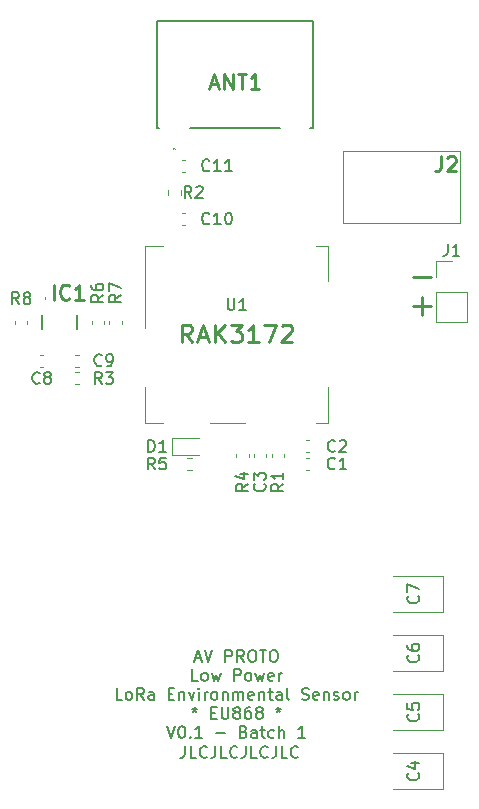
<source format=gbr>
%TF.GenerationSoftware,KiCad,Pcbnew,7.0.6*%
%TF.CreationDate,2023-11-18T03:16:50+01:00*%
%TF.ProjectId,LoRa_Sensor,4c6f5261-5f53-4656-9e73-6f722e6b6963,rev?*%
%TF.SameCoordinates,Original*%
%TF.FileFunction,Legend,Top*%
%TF.FilePolarity,Positive*%
%FSLAX46Y46*%
G04 Gerber Fmt 4.6, Leading zero omitted, Abs format (unit mm)*
G04 Created by KiCad (PCBNEW 7.0.6) date 2023-11-18 03:16:50*
%MOMM*%
%LPD*%
G01*
G04 APERTURE LIST*
%ADD10C,0.150000*%
%ADD11C,0.250000*%
%ADD12C,0.254000*%
%ADD13C,0.120000*%
%ADD14C,0.200000*%
%ADD15C,0.100000*%
G04 APERTURE END LIST*
D10*
X105630951Y-104869819D02*
X105630951Y-105584104D01*
X105630951Y-105584104D02*
X105583332Y-105726961D01*
X105583332Y-105726961D02*
X105488094Y-105822200D01*
X105488094Y-105822200D02*
X105345237Y-105869819D01*
X105345237Y-105869819D02*
X105249999Y-105869819D01*
X106583332Y-105869819D02*
X106107142Y-105869819D01*
X106107142Y-105869819D02*
X106107142Y-104869819D01*
X107488094Y-105774580D02*
X107440475Y-105822200D01*
X107440475Y-105822200D02*
X107297618Y-105869819D01*
X107297618Y-105869819D02*
X107202380Y-105869819D01*
X107202380Y-105869819D02*
X107059523Y-105822200D01*
X107059523Y-105822200D02*
X106964285Y-105726961D01*
X106964285Y-105726961D02*
X106916666Y-105631723D01*
X106916666Y-105631723D02*
X106869047Y-105441247D01*
X106869047Y-105441247D02*
X106869047Y-105298390D01*
X106869047Y-105298390D02*
X106916666Y-105107914D01*
X106916666Y-105107914D02*
X106964285Y-105012676D01*
X106964285Y-105012676D02*
X107059523Y-104917438D01*
X107059523Y-104917438D02*
X107202380Y-104869819D01*
X107202380Y-104869819D02*
X107297618Y-104869819D01*
X107297618Y-104869819D02*
X107440475Y-104917438D01*
X107440475Y-104917438D02*
X107488094Y-104965057D01*
X108202380Y-104869819D02*
X108202380Y-105584104D01*
X108202380Y-105584104D02*
X108154761Y-105726961D01*
X108154761Y-105726961D02*
X108059523Y-105822200D01*
X108059523Y-105822200D02*
X107916666Y-105869819D01*
X107916666Y-105869819D02*
X107821428Y-105869819D01*
X109154761Y-105869819D02*
X108678571Y-105869819D01*
X108678571Y-105869819D02*
X108678571Y-104869819D01*
X110059523Y-105774580D02*
X110011904Y-105822200D01*
X110011904Y-105822200D02*
X109869047Y-105869819D01*
X109869047Y-105869819D02*
X109773809Y-105869819D01*
X109773809Y-105869819D02*
X109630952Y-105822200D01*
X109630952Y-105822200D02*
X109535714Y-105726961D01*
X109535714Y-105726961D02*
X109488095Y-105631723D01*
X109488095Y-105631723D02*
X109440476Y-105441247D01*
X109440476Y-105441247D02*
X109440476Y-105298390D01*
X109440476Y-105298390D02*
X109488095Y-105107914D01*
X109488095Y-105107914D02*
X109535714Y-105012676D01*
X109535714Y-105012676D02*
X109630952Y-104917438D01*
X109630952Y-104917438D02*
X109773809Y-104869819D01*
X109773809Y-104869819D02*
X109869047Y-104869819D01*
X109869047Y-104869819D02*
X110011904Y-104917438D01*
X110011904Y-104917438D02*
X110059523Y-104965057D01*
X110773809Y-104869819D02*
X110773809Y-105584104D01*
X110773809Y-105584104D02*
X110726190Y-105726961D01*
X110726190Y-105726961D02*
X110630952Y-105822200D01*
X110630952Y-105822200D02*
X110488095Y-105869819D01*
X110488095Y-105869819D02*
X110392857Y-105869819D01*
X111726190Y-105869819D02*
X111250000Y-105869819D01*
X111250000Y-105869819D02*
X111250000Y-104869819D01*
X112630952Y-105774580D02*
X112583333Y-105822200D01*
X112583333Y-105822200D02*
X112440476Y-105869819D01*
X112440476Y-105869819D02*
X112345238Y-105869819D01*
X112345238Y-105869819D02*
X112202381Y-105822200D01*
X112202381Y-105822200D02*
X112107143Y-105726961D01*
X112107143Y-105726961D02*
X112059524Y-105631723D01*
X112059524Y-105631723D02*
X112011905Y-105441247D01*
X112011905Y-105441247D02*
X112011905Y-105298390D01*
X112011905Y-105298390D02*
X112059524Y-105107914D01*
X112059524Y-105107914D02*
X112107143Y-105012676D01*
X112107143Y-105012676D02*
X112202381Y-104917438D01*
X112202381Y-104917438D02*
X112345238Y-104869819D01*
X112345238Y-104869819D02*
X112440476Y-104869819D01*
X112440476Y-104869819D02*
X112583333Y-104917438D01*
X112583333Y-104917438D02*
X112630952Y-104965057D01*
X113345238Y-104869819D02*
X113345238Y-105584104D01*
X113345238Y-105584104D02*
X113297619Y-105726961D01*
X113297619Y-105726961D02*
X113202381Y-105822200D01*
X113202381Y-105822200D02*
X113059524Y-105869819D01*
X113059524Y-105869819D02*
X112964286Y-105869819D01*
X114297619Y-105869819D02*
X113821429Y-105869819D01*
X113821429Y-105869819D02*
X113821429Y-104869819D01*
X115202381Y-105774580D02*
X115154762Y-105822200D01*
X115154762Y-105822200D02*
X115011905Y-105869819D01*
X115011905Y-105869819D02*
X114916667Y-105869819D01*
X114916667Y-105869819D02*
X114773810Y-105822200D01*
X114773810Y-105822200D02*
X114678572Y-105726961D01*
X114678572Y-105726961D02*
X114630953Y-105631723D01*
X114630953Y-105631723D02*
X114583334Y-105441247D01*
X114583334Y-105441247D02*
X114583334Y-105298390D01*
X114583334Y-105298390D02*
X114630953Y-105107914D01*
X114630953Y-105107914D02*
X114678572Y-105012676D01*
X114678572Y-105012676D02*
X114773810Y-104917438D01*
X114773810Y-104917438D02*
X114916667Y-104869819D01*
X114916667Y-104869819D02*
X115011905Y-104869819D01*
X115011905Y-104869819D02*
X115154762Y-104917438D01*
X115154762Y-104917438D02*
X115202381Y-104965057D01*
D11*
X124938095Y-67625333D02*
X126461905Y-67625333D01*
X125700000Y-68387238D02*
X125700000Y-66863428D01*
D10*
X106523809Y-97449104D02*
X106999999Y-97449104D01*
X106428571Y-97734819D02*
X106761904Y-96734819D01*
X106761904Y-96734819D02*
X107095237Y-97734819D01*
X107285714Y-96734819D02*
X107619047Y-97734819D01*
X107619047Y-97734819D02*
X107952380Y-96734819D01*
X109047619Y-97734819D02*
X109047619Y-96734819D01*
X109047619Y-96734819D02*
X109428571Y-96734819D01*
X109428571Y-96734819D02*
X109523809Y-96782438D01*
X109523809Y-96782438D02*
X109571428Y-96830057D01*
X109571428Y-96830057D02*
X109619047Y-96925295D01*
X109619047Y-96925295D02*
X109619047Y-97068152D01*
X109619047Y-97068152D02*
X109571428Y-97163390D01*
X109571428Y-97163390D02*
X109523809Y-97211009D01*
X109523809Y-97211009D02*
X109428571Y-97258628D01*
X109428571Y-97258628D02*
X109047619Y-97258628D01*
X110619047Y-97734819D02*
X110285714Y-97258628D01*
X110047619Y-97734819D02*
X110047619Y-96734819D01*
X110047619Y-96734819D02*
X110428571Y-96734819D01*
X110428571Y-96734819D02*
X110523809Y-96782438D01*
X110523809Y-96782438D02*
X110571428Y-96830057D01*
X110571428Y-96830057D02*
X110619047Y-96925295D01*
X110619047Y-96925295D02*
X110619047Y-97068152D01*
X110619047Y-97068152D02*
X110571428Y-97163390D01*
X110571428Y-97163390D02*
X110523809Y-97211009D01*
X110523809Y-97211009D02*
X110428571Y-97258628D01*
X110428571Y-97258628D02*
X110047619Y-97258628D01*
X111238095Y-96734819D02*
X111428571Y-96734819D01*
X111428571Y-96734819D02*
X111523809Y-96782438D01*
X111523809Y-96782438D02*
X111619047Y-96877676D01*
X111619047Y-96877676D02*
X111666666Y-97068152D01*
X111666666Y-97068152D02*
X111666666Y-97401485D01*
X111666666Y-97401485D02*
X111619047Y-97591961D01*
X111619047Y-97591961D02*
X111523809Y-97687200D01*
X111523809Y-97687200D02*
X111428571Y-97734819D01*
X111428571Y-97734819D02*
X111238095Y-97734819D01*
X111238095Y-97734819D02*
X111142857Y-97687200D01*
X111142857Y-97687200D02*
X111047619Y-97591961D01*
X111047619Y-97591961D02*
X111000000Y-97401485D01*
X111000000Y-97401485D02*
X111000000Y-97068152D01*
X111000000Y-97068152D02*
X111047619Y-96877676D01*
X111047619Y-96877676D02*
X111142857Y-96782438D01*
X111142857Y-96782438D02*
X111238095Y-96734819D01*
X111952381Y-96734819D02*
X112523809Y-96734819D01*
X112238095Y-97734819D02*
X112238095Y-96734819D01*
X113047619Y-96734819D02*
X113238095Y-96734819D01*
X113238095Y-96734819D02*
X113333333Y-96782438D01*
X113333333Y-96782438D02*
X113428571Y-96877676D01*
X113428571Y-96877676D02*
X113476190Y-97068152D01*
X113476190Y-97068152D02*
X113476190Y-97401485D01*
X113476190Y-97401485D02*
X113428571Y-97591961D01*
X113428571Y-97591961D02*
X113333333Y-97687200D01*
X113333333Y-97687200D02*
X113238095Y-97734819D01*
X113238095Y-97734819D02*
X113047619Y-97734819D01*
X113047619Y-97734819D02*
X112952381Y-97687200D01*
X112952381Y-97687200D02*
X112857143Y-97591961D01*
X112857143Y-97591961D02*
X112809524Y-97401485D01*
X112809524Y-97401485D02*
X112809524Y-97068152D01*
X112809524Y-97068152D02*
X112857143Y-96877676D01*
X112857143Y-96877676D02*
X112952381Y-96782438D01*
X112952381Y-96782438D02*
X113047619Y-96734819D01*
X106738094Y-99344819D02*
X106261904Y-99344819D01*
X106261904Y-99344819D02*
X106261904Y-98344819D01*
X107214285Y-99344819D02*
X107119047Y-99297200D01*
X107119047Y-99297200D02*
X107071428Y-99249580D01*
X107071428Y-99249580D02*
X107023809Y-99154342D01*
X107023809Y-99154342D02*
X107023809Y-98868628D01*
X107023809Y-98868628D02*
X107071428Y-98773390D01*
X107071428Y-98773390D02*
X107119047Y-98725771D01*
X107119047Y-98725771D02*
X107214285Y-98678152D01*
X107214285Y-98678152D02*
X107357142Y-98678152D01*
X107357142Y-98678152D02*
X107452380Y-98725771D01*
X107452380Y-98725771D02*
X107499999Y-98773390D01*
X107499999Y-98773390D02*
X107547618Y-98868628D01*
X107547618Y-98868628D02*
X107547618Y-99154342D01*
X107547618Y-99154342D02*
X107499999Y-99249580D01*
X107499999Y-99249580D02*
X107452380Y-99297200D01*
X107452380Y-99297200D02*
X107357142Y-99344819D01*
X107357142Y-99344819D02*
X107214285Y-99344819D01*
X107880952Y-98678152D02*
X108071428Y-99344819D01*
X108071428Y-99344819D02*
X108261904Y-98868628D01*
X108261904Y-98868628D02*
X108452380Y-99344819D01*
X108452380Y-99344819D02*
X108642856Y-98678152D01*
X109785714Y-99344819D02*
X109785714Y-98344819D01*
X109785714Y-98344819D02*
X110166666Y-98344819D01*
X110166666Y-98344819D02*
X110261904Y-98392438D01*
X110261904Y-98392438D02*
X110309523Y-98440057D01*
X110309523Y-98440057D02*
X110357142Y-98535295D01*
X110357142Y-98535295D02*
X110357142Y-98678152D01*
X110357142Y-98678152D02*
X110309523Y-98773390D01*
X110309523Y-98773390D02*
X110261904Y-98821009D01*
X110261904Y-98821009D02*
X110166666Y-98868628D01*
X110166666Y-98868628D02*
X109785714Y-98868628D01*
X110928571Y-99344819D02*
X110833333Y-99297200D01*
X110833333Y-99297200D02*
X110785714Y-99249580D01*
X110785714Y-99249580D02*
X110738095Y-99154342D01*
X110738095Y-99154342D02*
X110738095Y-98868628D01*
X110738095Y-98868628D02*
X110785714Y-98773390D01*
X110785714Y-98773390D02*
X110833333Y-98725771D01*
X110833333Y-98725771D02*
X110928571Y-98678152D01*
X110928571Y-98678152D02*
X111071428Y-98678152D01*
X111071428Y-98678152D02*
X111166666Y-98725771D01*
X111166666Y-98725771D02*
X111214285Y-98773390D01*
X111214285Y-98773390D02*
X111261904Y-98868628D01*
X111261904Y-98868628D02*
X111261904Y-99154342D01*
X111261904Y-99154342D02*
X111214285Y-99249580D01*
X111214285Y-99249580D02*
X111166666Y-99297200D01*
X111166666Y-99297200D02*
X111071428Y-99344819D01*
X111071428Y-99344819D02*
X110928571Y-99344819D01*
X111595238Y-98678152D02*
X111785714Y-99344819D01*
X111785714Y-99344819D02*
X111976190Y-98868628D01*
X111976190Y-98868628D02*
X112166666Y-99344819D01*
X112166666Y-99344819D02*
X112357142Y-98678152D01*
X113119047Y-99297200D02*
X113023809Y-99344819D01*
X113023809Y-99344819D02*
X112833333Y-99344819D01*
X112833333Y-99344819D02*
X112738095Y-99297200D01*
X112738095Y-99297200D02*
X112690476Y-99201961D01*
X112690476Y-99201961D02*
X112690476Y-98821009D01*
X112690476Y-98821009D02*
X112738095Y-98725771D01*
X112738095Y-98725771D02*
X112833333Y-98678152D01*
X112833333Y-98678152D02*
X113023809Y-98678152D01*
X113023809Y-98678152D02*
X113119047Y-98725771D01*
X113119047Y-98725771D02*
X113166666Y-98821009D01*
X113166666Y-98821009D02*
X113166666Y-98916247D01*
X113166666Y-98916247D02*
X112690476Y-99011485D01*
X113595238Y-99344819D02*
X113595238Y-98678152D01*
X113595238Y-98868628D02*
X113642857Y-98773390D01*
X113642857Y-98773390D02*
X113690476Y-98725771D01*
X113690476Y-98725771D02*
X113785714Y-98678152D01*
X113785714Y-98678152D02*
X113880952Y-98678152D01*
X100333331Y-100954819D02*
X99857141Y-100954819D01*
X99857141Y-100954819D02*
X99857141Y-99954819D01*
X100809522Y-100954819D02*
X100714284Y-100907200D01*
X100714284Y-100907200D02*
X100666665Y-100859580D01*
X100666665Y-100859580D02*
X100619046Y-100764342D01*
X100619046Y-100764342D02*
X100619046Y-100478628D01*
X100619046Y-100478628D02*
X100666665Y-100383390D01*
X100666665Y-100383390D02*
X100714284Y-100335771D01*
X100714284Y-100335771D02*
X100809522Y-100288152D01*
X100809522Y-100288152D02*
X100952379Y-100288152D01*
X100952379Y-100288152D02*
X101047617Y-100335771D01*
X101047617Y-100335771D02*
X101095236Y-100383390D01*
X101095236Y-100383390D02*
X101142855Y-100478628D01*
X101142855Y-100478628D02*
X101142855Y-100764342D01*
X101142855Y-100764342D02*
X101095236Y-100859580D01*
X101095236Y-100859580D02*
X101047617Y-100907200D01*
X101047617Y-100907200D02*
X100952379Y-100954819D01*
X100952379Y-100954819D02*
X100809522Y-100954819D01*
X102142855Y-100954819D02*
X101809522Y-100478628D01*
X101571427Y-100954819D02*
X101571427Y-99954819D01*
X101571427Y-99954819D02*
X101952379Y-99954819D01*
X101952379Y-99954819D02*
X102047617Y-100002438D01*
X102047617Y-100002438D02*
X102095236Y-100050057D01*
X102095236Y-100050057D02*
X102142855Y-100145295D01*
X102142855Y-100145295D02*
X102142855Y-100288152D01*
X102142855Y-100288152D02*
X102095236Y-100383390D01*
X102095236Y-100383390D02*
X102047617Y-100431009D01*
X102047617Y-100431009D02*
X101952379Y-100478628D01*
X101952379Y-100478628D02*
X101571427Y-100478628D01*
X102999998Y-100954819D02*
X102999998Y-100431009D01*
X102999998Y-100431009D02*
X102952379Y-100335771D01*
X102952379Y-100335771D02*
X102857141Y-100288152D01*
X102857141Y-100288152D02*
X102666665Y-100288152D01*
X102666665Y-100288152D02*
X102571427Y-100335771D01*
X102999998Y-100907200D02*
X102904760Y-100954819D01*
X102904760Y-100954819D02*
X102666665Y-100954819D01*
X102666665Y-100954819D02*
X102571427Y-100907200D01*
X102571427Y-100907200D02*
X102523808Y-100811961D01*
X102523808Y-100811961D02*
X102523808Y-100716723D01*
X102523808Y-100716723D02*
X102571427Y-100621485D01*
X102571427Y-100621485D02*
X102666665Y-100573866D01*
X102666665Y-100573866D02*
X102904760Y-100573866D01*
X102904760Y-100573866D02*
X102999998Y-100526247D01*
X104238094Y-100431009D02*
X104571427Y-100431009D01*
X104714284Y-100954819D02*
X104238094Y-100954819D01*
X104238094Y-100954819D02*
X104238094Y-99954819D01*
X104238094Y-99954819D02*
X104714284Y-99954819D01*
X105142856Y-100288152D02*
X105142856Y-100954819D01*
X105142856Y-100383390D02*
X105190475Y-100335771D01*
X105190475Y-100335771D02*
X105285713Y-100288152D01*
X105285713Y-100288152D02*
X105428570Y-100288152D01*
X105428570Y-100288152D02*
X105523808Y-100335771D01*
X105523808Y-100335771D02*
X105571427Y-100431009D01*
X105571427Y-100431009D02*
X105571427Y-100954819D01*
X105952380Y-100288152D02*
X106190475Y-100954819D01*
X106190475Y-100954819D02*
X106428570Y-100288152D01*
X106809523Y-100954819D02*
X106809523Y-100288152D01*
X106809523Y-99954819D02*
X106761904Y-100002438D01*
X106761904Y-100002438D02*
X106809523Y-100050057D01*
X106809523Y-100050057D02*
X106857142Y-100002438D01*
X106857142Y-100002438D02*
X106809523Y-99954819D01*
X106809523Y-99954819D02*
X106809523Y-100050057D01*
X107285713Y-100954819D02*
X107285713Y-100288152D01*
X107285713Y-100478628D02*
X107333332Y-100383390D01*
X107333332Y-100383390D02*
X107380951Y-100335771D01*
X107380951Y-100335771D02*
X107476189Y-100288152D01*
X107476189Y-100288152D02*
X107571427Y-100288152D01*
X108047618Y-100954819D02*
X107952380Y-100907200D01*
X107952380Y-100907200D02*
X107904761Y-100859580D01*
X107904761Y-100859580D02*
X107857142Y-100764342D01*
X107857142Y-100764342D02*
X107857142Y-100478628D01*
X107857142Y-100478628D02*
X107904761Y-100383390D01*
X107904761Y-100383390D02*
X107952380Y-100335771D01*
X107952380Y-100335771D02*
X108047618Y-100288152D01*
X108047618Y-100288152D02*
X108190475Y-100288152D01*
X108190475Y-100288152D02*
X108285713Y-100335771D01*
X108285713Y-100335771D02*
X108333332Y-100383390D01*
X108333332Y-100383390D02*
X108380951Y-100478628D01*
X108380951Y-100478628D02*
X108380951Y-100764342D01*
X108380951Y-100764342D02*
X108333332Y-100859580D01*
X108333332Y-100859580D02*
X108285713Y-100907200D01*
X108285713Y-100907200D02*
X108190475Y-100954819D01*
X108190475Y-100954819D02*
X108047618Y-100954819D01*
X108809523Y-100288152D02*
X108809523Y-100954819D01*
X108809523Y-100383390D02*
X108857142Y-100335771D01*
X108857142Y-100335771D02*
X108952380Y-100288152D01*
X108952380Y-100288152D02*
X109095237Y-100288152D01*
X109095237Y-100288152D02*
X109190475Y-100335771D01*
X109190475Y-100335771D02*
X109238094Y-100431009D01*
X109238094Y-100431009D02*
X109238094Y-100954819D01*
X109714285Y-100954819D02*
X109714285Y-100288152D01*
X109714285Y-100383390D02*
X109761904Y-100335771D01*
X109761904Y-100335771D02*
X109857142Y-100288152D01*
X109857142Y-100288152D02*
X109999999Y-100288152D01*
X109999999Y-100288152D02*
X110095237Y-100335771D01*
X110095237Y-100335771D02*
X110142856Y-100431009D01*
X110142856Y-100431009D02*
X110142856Y-100954819D01*
X110142856Y-100431009D02*
X110190475Y-100335771D01*
X110190475Y-100335771D02*
X110285713Y-100288152D01*
X110285713Y-100288152D02*
X110428570Y-100288152D01*
X110428570Y-100288152D02*
X110523809Y-100335771D01*
X110523809Y-100335771D02*
X110571428Y-100431009D01*
X110571428Y-100431009D02*
X110571428Y-100954819D01*
X111428570Y-100907200D02*
X111333332Y-100954819D01*
X111333332Y-100954819D02*
X111142856Y-100954819D01*
X111142856Y-100954819D02*
X111047618Y-100907200D01*
X111047618Y-100907200D02*
X110999999Y-100811961D01*
X110999999Y-100811961D02*
X110999999Y-100431009D01*
X110999999Y-100431009D02*
X111047618Y-100335771D01*
X111047618Y-100335771D02*
X111142856Y-100288152D01*
X111142856Y-100288152D02*
X111333332Y-100288152D01*
X111333332Y-100288152D02*
X111428570Y-100335771D01*
X111428570Y-100335771D02*
X111476189Y-100431009D01*
X111476189Y-100431009D02*
X111476189Y-100526247D01*
X111476189Y-100526247D02*
X110999999Y-100621485D01*
X111904761Y-100288152D02*
X111904761Y-100954819D01*
X111904761Y-100383390D02*
X111952380Y-100335771D01*
X111952380Y-100335771D02*
X112047618Y-100288152D01*
X112047618Y-100288152D02*
X112190475Y-100288152D01*
X112190475Y-100288152D02*
X112285713Y-100335771D01*
X112285713Y-100335771D02*
X112333332Y-100431009D01*
X112333332Y-100431009D02*
X112333332Y-100954819D01*
X112666666Y-100288152D02*
X113047618Y-100288152D01*
X112809523Y-99954819D02*
X112809523Y-100811961D01*
X112809523Y-100811961D02*
X112857142Y-100907200D01*
X112857142Y-100907200D02*
X112952380Y-100954819D01*
X112952380Y-100954819D02*
X113047618Y-100954819D01*
X113809523Y-100954819D02*
X113809523Y-100431009D01*
X113809523Y-100431009D02*
X113761904Y-100335771D01*
X113761904Y-100335771D02*
X113666666Y-100288152D01*
X113666666Y-100288152D02*
X113476190Y-100288152D01*
X113476190Y-100288152D02*
X113380952Y-100335771D01*
X113809523Y-100907200D02*
X113714285Y-100954819D01*
X113714285Y-100954819D02*
X113476190Y-100954819D01*
X113476190Y-100954819D02*
X113380952Y-100907200D01*
X113380952Y-100907200D02*
X113333333Y-100811961D01*
X113333333Y-100811961D02*
X113333333Y-100716723D01*
X113333333Y-100716723D02*
X113380952Y-100621485D01*
X113380952Y-100621485D02*
X113476190Y-100573866D01*
X113476190Y-100573866D02*
X113714285Y-100573866D01*
X113714285Y-100573866D02*
X113809523Y-100526247D01*
X114428571Y-100954819D02*
X114333333Y-100907200D01*
X114333333Y-100907200D02*
X114285714Y-100811961D01*
X114285714Y-100811961D02*
X114285714Y-99954819D01*
X115523810Y-100907200D02*
X115666667Y-100954819D01*
X115666667Y-100954819D02*
X115904762Y-100954819D01*
X115904762Y-100954819D02*
X116000000Y-100907200D01*
X116000000Y-100907200D02*
X116047619Y-100859580D01*
X116047619Y-100859580D02*
X116095238Y-100764342D01*
X116095238Y-100764342D02*
X116095238Y-100669104D01*
X116095238Y-100669104D02*
X116047619Y-100573866D01*
X116047619Y-100573866D02*
X116000000Y-100526247D01*
X116000000Y-100526247D02*
X115904762Y-100478628D01*
X115904762Y-100478628D02*
X115714286Y-100431009D01*
X115714286Y-100431009D02*
X115619048Y-100383390D01*
X115619048Y-100383390D02*
X115571429Y-100335771D01*
X115571429Y-100335771D02*
X115523810Y-100240533D01*
X115523810Y-100240533D02*
X115523810Y-100145295D01*
X115523810Y-100145295D02*
X115571429Y-100050057D01*
X115571429Y-100050057D02*
X115619048Y-100002438D01*
X115619048Y-100002438D02*
X115714286Y-99954819D01*
X115714286Y-99954819D02*
X115952381Y-99954819D01*
X115952381Y-99954819D02*
X116095238Y-100002438D01*
X116904762Y-100907200D02*
X116809524Y-100954819D01*
X116809524Y-100954819D02*
X116619048Y-100954819D01*
X116619048Y-100954819D02*
X116523810Y-100907200D01*
X116523810Y-100907200D02*
X116476191Y-100811961D01*
X116476191Y-100811961D02*
X116476191Y-100431009D01*
X116476191Y-100431009D02*
X116523810Y-100335771D01*
X116523810Y-100335771D02*
X116619048Y-100288152D01*
X116619048Y-100288152D02*
X116809524Y-100288152D01*
X116809524Y-100288152D02*
X116904762Y-100335771D01*
X116904762Y-100335771D02*
X116952381Y-100431009D01*
X116952381Y-100431009D02*
X116952381Y-100526247D01*
X116952381Y-100526247D02*
X116476191Y-100621485D01*
X117380953Y-100288152D02*
X117380953Y-100954819D01*
X117380953Y-100383390D02*
X117428572Y-100335771D01*
X117428572Y-100335771D02*
X117523810Y-100288152D01*
X117523810Y-100288152D02*
X117666667Y-100288152D01*
X117666667Y-100288152D02*
X117761905Y-100335771D01*
X117761905Y-100335771D02*
X117809524Y-100431009D01*
X117809524Y-100431009D02*
X117809524Y-100954819D01*
X118238096Y-100907200D02*
X118333334Y-100954819D01*
X118333334Y-100954819D02*
X118523810Y-100954819D01*
X118523810Y-100954819D02*
X118619048Y-100907200D01*
X118619048Y-100907200D02*
X118666667Y-100811961D01*
X118666667Y-100811961D02*
X118666667Y-100764342D01*
X118666667Y-100764342D02*
X118619048Y-100669104D01*
X118619048Y-100669104D02*
X118523810Y-100621485D01*
X118523810Y-100621485D02*
X118380953Y-100621485D01*
X118380953Y-100621485D02*
X118285715Y-100573866D01*
X118285715Y-100573866D02*
X118238096Y-100478628D01*
X118238096Y-100478628D02*
X118238096Y-100431009D01*
X118238096Y-100431009D02*
X118285715Y-100335771D01*
X118285715Y-100335771D02*
X118380953Y-100288152D01*
X118380953Y-100288152D02*
X118523810Y-100288152D01*
X118523810Y-100288152D02*
X118619048Y-100335771D01*
X119238096Y-100954819D02*
X119142858Y-100907200D01*
X119142858Y-100907200D02*
X119095239Y-100859580D01*
X119095239Y-100859580D02*
X119047620Y-100764342D01*
X119047620Y-100764342D02*
X119047620Y-100478628D01*
X119047620Y-100478628D02*
X119095239Y-100383390D01*
X119095239Y-100383390D02*
X119142858Y-100335771D01*
X119142858Y-100335771D02*
X119238096Y-100288152D01*
X119238096Y-100288152D02*
X119380953Y-100288152D01*
X119380953Y-100288152D02*
X119476191Y-100335771D01*
X119476191Y-100335771D02*
X119523810Y-100383390D01*
X119523810Y-100383390D02*
X119571429Y-100478628D01*
X119571429Y-100478628D02*
X119571429Y-100764342D01*
X119571429Y-100764342D02*
X119523810Y-100859580D01*
X119523810Y-100859580D02*
X119476191Y-100907200D01*
X119476191Y-100907200D02*
X119380953Y-100954819D01*
X119380953Y-100954819D02*
X119238096Y-100954819D01*
X120000001Y-100954819D02*
X120000001Y-100288152D01*
X120000001Y-100478628D02*
X120047620Y-100383390D01*
X120047620Y-100383390D02*
X120095239Y-100335771D01*
X120095239Y-100335771D02*
X120190477Y-100288152D01*
X120190477Y-100288152D02*
X120285715Y-100288152D01*
X106452380Y-101564819D02*
X106452380Y-101802914D01*
X106214285Y-101707676D02*
X106452380Y-101802914D01*
X106452380Y-101802914D02*
X106690475Y-101707676D01*
X106309523Y-101993390D02*
X106452380Y-101802914D01*
X106452380Y-101802914D02*
X106595237Y-101993390D01*
X107833333Y-102041009D02*
X108166666Y-102041009D01*
X108309523Y-102564819D02*
X107833333Y-102564819D01*
X107833333Y-102564819D02*
X107833333Y-101564819D01*
X107833333Y-101564819D02*
X108309523Y-101564819D01*
X108738095Y-101564819D02*
X108738095Y-102374342D01*
X108738095Y-102374342D02*
X108785714Y-102469580D01*
X108785714Y-102469580D02*
X108833333Y-102517200D01*
X108833333Y-102517200D02*
X108928571Y-102564819D01*
X108928571Y-102564819D02*
X109119047Y-102564819D01*
X109119047Y-102564819D02*
X109214285Y-102517200D01*
X109214285Y-102517200D02*
X109261904Y-102469580D01*
X109261904Y-102469580D02*
X109309523Y-102374342D01*
X109309523Y-102374342D02*
X109309523Y-101564819D01*
X109928571Y-101993390D02*
X109833333Y-101945771D01*
X109833333Y-101945771D02*
X109785714Y-101898152D01*
X109785714Y-101898152D02*
X109738095Y-101802914D01*
X109738095Y-101802914D02*
X109738095Y-101755295D01*
X109738095Y-101755295D02*
X109785714Y-101660057D01*
X109785714Y-101660057D02*
X109833333Y-101612438D01*
X109833333Y-101612438D02*
X109928571Y-101564819D01*
X109928571Y-101564819D02*
X110119047Y-101564819D01*
X110119047Y-101564819D02*
X110214285Y-101612438D01*
X110214285Y-101612438D02*
X110261904Y-101660057D01*
X110261904Y-101660057D02*
X110309523Y-101755295D01*
X110309523Y-101755295D02*
X110309523Y-101802914D01*
X110309523Y-101802914D02*
X110261904Y-101898152D01*
X110261904Y-101898152D02*
X110214285Y-101945771D01*
X110214285Y-101945771D02*
X110119047Y-101993390D01*
X110119047Y-101993390D02*
X109928571Y-101993390D01*
X109928571Y-101993390D02*
X109833333Y-102041009D01*
X109833333Y-102041009D02*
X109785714Y-102088628D01*
X109785714Y-102088628D02*
X109738095Y-102183866D01*
X109738095Y-102183866D02*
X109738095Y-102374342D01*
X109738095Y-102374342D02*
X109785714Y-102469580D01*
X109785714Y-102469580D02*
X109833333Y-102517200D01*
X109833333Y-102517200D02*
X109928571Y-102564819D01*
X109928571Y-102564819D02*
X110119047Y-102564819D01*
X110119047Y-102564819D02*
X110214285Y-102517200D01*
X110214285Y-102517200D02*
X110261904Y-102469580D01*
X110261904Y-102469580D02*
X110309523Y-102374342D01*
X110309523Y-102374342D02*
X110309523Y-102183866D01*
X110309523Y-102183866D02*
X110261904Y-102088628D01*
X110261904Y-102088628D02*
X110214285Y-102041009D01*
X110214285Y-102041009D02*
X110119047Y-101993390D01*
X111166666Y-101564819D02*
X110976190Y-101564819D01*
X110976190Y-101564819D02*
X110880952Y-101612438D01*
X110880952Y-101612438D02*
X110833333Y-101660057D01*
X110833333Y-101660057D02*
X110738095Y-101802914D01*
X110738095Y-101802914D02*
X110690476Y-101993390D01*
X110690476Y-101993390D02*
X110690476Y-102374342D01*
X110690476Y-102374342D02*
X110738095Y-102469580D01*
X110738095Y-102469580D02*
X110785714Y-102517200D01*
X110785714Y-102517200D02*
X110880952Y-102564819D01*
X110880952Y-102564819D02*
X111071428Y-102564819D01*
X111071428Y-102564819D02*
X111166666Y-102517200D01*
X111166666Y-102517200D02*
X111214285Y-102469580D01*
X111214285Y-102469580D02*
X111261904Y-102374342D01*
X111261904Y-102374342D02*
X111261904Y-102136247D01*
X111261904Y-102136247D02*
X111214285Y-102041009D01*
X111214285Y-102041009D02*
X111166666Y-101993390D01*
X111166666Y-101993390D02*
X111071428Y-101945771D01*
X111071428Y-101945771D02*
X110880952Y-101945771D01*
X110880952Y-101945771D02*
X110785714Y-101993390D01*
X110785714Y-101993390D02*
X110738095Y-102041009D01*
X110738095Y-102041009D02*
X110690476Y-102136247D01*
X111833333Y-101993390D02*
X111738095Y-101945771D01*
X111738095Y-101945771D02*
X111690476Y-101898152D01*
X111690476Y-101898152D02*
X111642857Y-101802914D01*
X111642857Y-101802914D02*
X111642857Y-101755295D01*
X111642857Y-101755295D02*
X111690476Y-101660057D01*
X111690476Y-101660057D02*
X111738095Y-101612438D01*
X111738095Y-101612438D02*
X111833333Y-101564819D01*
X111833333Y-101564819D02*
X112023809Y-101564819D01*
X112023809Y-101564819D02*
X112119047Y-101612438D01*
X112119047Y-101612438D02*
X112166666Y-101660057D01*
X112166666Y-101660057D02*
X112214285Y-101755295D01*
X112214285Y-101755295D02*
X112214285Y-101802914D01*
X112214285Y-101802914D02*
X112166666Y-101898152D01*
X112166666Y-101898152D02*
X112119047Y-101945771D01*
X112119047Y-101945771D02*
X112023809Y-101993390D01*
X112023809Y-101993390D02*
X111833333Y-101993390D01*
X111833333Y-101993390D02*
X111738095Y-102041009D01*
X111738095Y-102041009D02*
X111690476Y-102088628D01*
X111690476Y-102088628D02*
X111642857Y-102183866D01*
X111642857Y-102183866D02*
X111642857Y-102374342D01*
X111642857Y-102374342D02*
X111690476Y-102469580D01*
X111690476Y-102469580D02*
X111738095Y-102517200D01*
X111738095Y-102517200D02*
X111833333Y-102564819D01*
X111833333Y-102564819D02*
X112023809Y-102564819D01*
X112023809Y-102564819D02*
X112119047Y-102517200D01*
X112119047Y-102517200D02*
X112166666Y-102469580D01*
X112166666Y-102469580D02*
X112214285Y-102374342D01*
X112214285Y-102374342D02*
X112214285Y-102183866D01*
X112214285Y-102183866D02*
X112166666Y-102088628D01*
X112166666Y-102088628D02*
X112119047Y-102041009D01*
X112119047Y-102041009D02*
X112023809Y-101993390D01*
X113547619Y-101564819D02*
X113547619Y-101802914D01*
X113309524Y-101707676D02*
X113547619Y-101802914D01*
X113547619Y-101802914D02*
X113785714Y-101707676D01*
X113404762Y-101993390D02*
X113547619Y-101802914D01*
X113547619Y-101802914D02*
X113690476Y-101993390D01*
X104119047Y-103174819D02*
X104452380Y-104174819D01*
X104452380Y-104174819D02*
X104785713Y-103174819D01*
X105309523Y-103174819D02*
X105404761Y-103174819D01*
X105404761Y-103174819D02*
X105499999Y-103222438D01*
X105499999Y-103222438D02*
X105547618Y-103270057D01*
X105547618Y-103270057D02*
X105595237Y-103365295D01*
X105595237Y-103365295D02*
X105642856Y-103555771D01*
X105642856Y-103555771D02*
X105642856Y-103793866D01*
X105642856Y-103793866D02*
X105595237Y-103984342D01*
X105595237Y-103984342D02*
X105547618Y-104079580D01*
X105547618Y-104079580D02*
X105499999Y-104127200D01*
X105499999Y-104127200D02*
X105404761Y-104174819D01*
X105404761Y-104174819D02*
X105309523Y-104174819D01*
X105309523Y-104174819D02*
X105214285Y-104127200D01*
X105214285Y-104127200D02*
X105166666Y-104079580D01*
X105166666Y-104079580D02*
X105119047Y-103984342D01*
X105119047Y-103984342D02*
X105071428Y-103793866D01*
X105071428Y-103793866D02*
X105071428Y-103555771D01*
X105071428Y-103555771D02*
X105119047Y-103365295D01*
X105119047Y-103365295D02*
X105166666Y-103270057D01*
X105166666Y-103270057D02*
X105214285Y-103222438D01*
X105214285Y-103222438D02*
X105309523Y-103174819D01*
X106071428Y-104079580D02*
X106119047Y-104127200D01*
X106119047Y-104127200D02*
X106071428Y-104174819D01*
X106071428Y-104174819D02*
X106023809Y-104127200D01*
X106023809Y-104127200D02*
X106071428Y-104079580D01*
X106071428Y-104079580D02*
X106071428Y-104174819D01*
X107071427Y-104174819D02*
X106499999Y-104174819D01*
X106785713Y-104174819D02*
X106785713Y-103174819D01*
X106785713Y-103174819D02*
X106690475Y-103317676D01*
X106690475Y-103317676D02*
X106595237Y-103412914D01*
X106595237Y-103412914D02*
X106499999Y-103460533D01*
X108261904Y-103793866D02*
X109023809Y-103793866D01*
X110595237Y-103651009D02*
X110738094Y-103698628D01*
X110738094Y-103698628D02*
X110785713Y-103746247D01*
X110785713Y-103746247D02*
X110833332Y-103841485D01*
X110833332Y-103841485D02*
X110833332Y-103984342D01*
X110833332Y-103984342D02*
X110785713Y-104079580D01*
X110785713Y-104079580D02*
X110738094Y-104127200D01*
X110738094Y-104127200D02*
X110642856Y-104174819D01*
X110642856Y-104174819D02*
X110261904Y-104174819D01*
X110261904Y-104174819D02*
X110261904Y-103174819D01*
X110261904Y-103174819D02*
X110595237Y-103174819D01*
X110595237Y-103174819D02*
X110690475Y-103222438D01*
X110690475Y-103222438D02*
X110738094Y-103270057D01*
X110738094Y-103270057D02*
X110785713Y-103365295D01*
X110785713Y-103365295D02*
X110785713Y-103460533D01*
X110785713Y-103460533D02*
X110738094Y-103555771D01*
X110738094Y-103555771D02*
X110690475Y-103603390D01*
X110690475Y-103603390D02*
X110595237Y-103651009D01*
X110595237Y-103651009D02*
X110261904Y-103651009D01*
X111690475Y-104174819D02*
X111690475Y-103651009D01*
X111690475Y-103651009D02*
X111642856Y-103555771D01*
X111642856Y-103555771D02*
X111547618Y-103508152D01*
X111547618Y-103508152D02*
X111357142Y-103508152D01*
X111357142Y-103508152D02*
X111261904Y-103555771D01*
X111690475Y-104127200D02*
X111595237Y-104174819D01*
X111595237Y-104174819D02*
X111357142Y-104174819D01*
X111357142Y-104174819D02*
X111261904Y-104127200D01*
X111261904Y-104127200D02*
X111214285Y-104031961D01*
X111214285Y-104031961D02*
X111214285Y-103936723D01*
X111214285Y-103936723D02*
X111261904Y-103841485D01*
X111261904Y-103841485D02*
X111357142Y-103793866D01*
X111357142Y-103793866D02*
X111595237Y-103793866D01*
X111595237Y-103793866D02*
X111690475Y-103746247D01*
X112023809Y-103508152D02*
X112404761Y-103508152D01*
X112166666Y-103174819D02*
X112166666Y-104031961D01*
X112166666Y-104031961D02*
X112214285Y-104127200D01*
X112214285Y-104127200D02*
X112309523Y-104174819D01*
X112309523Y-104174819D02*
X112404761Y-104174819D01*
X113166666Y-104127200D02*
X113071428Y-104174819D01*
X113071428Y-104174819D02*
X112880952Y-104174819D01*
X112880952Y-104174819D02*
X112785714Y-104127200D01*
X112785714Y-104127200D02*
X112738095Y-104079580D01*
X112738095Y-104079580D02*
X112690476Y-103984342D01*
X112690476Y-103984342D02*
X112690476Y-103698628D01*
X112690476Y-103698628D02*
X112738095Y-103603390D01*
X112738095Y-103603390D02*
X112785714Y-103555771D01*
X112785714Y-103555771D02*
X112880952Y-103508152D01*
X112880952Y-103508152D02*
X113071428Y-103508152D01*
X113071428Y-103508152D02*
X113166666Y-103555771D01*
X113595238Y-104174819D02*
X113595238Y-103174819D01*
X114023809Y-104174819D02*
X114023809Y-103651009D01*
X114023809Y-103651009D02*
X113976190Y-103555771D01*
X113976190Y-103555771D02*
X113880952Y-103508152D01*
X113880952Y-103508152D02*
X113738095Y-103508152D01*
X113738095Y-103508152D02*
X113642857Y-103555771D01*
X113642857Y-103555771D02*
X113595238Y-103603390D01*
X115785714Y-104174819D02*
X115214286Y-104174819D01*
X115500000Y-104174819D02*
X115500000Y-103174819D01*
X115500000Y-103174819D02*
X115404762Y-103317676D01*
X115404762Y-103317676D02*
X115309524Y-103412914D01*
X115309524Y-103412914D02*
X115214286Y-103460533D01*
D11*
X124938095Y-65125333D02*
X126461905Y-65125333D01*
D10*
X125359580Y-92166666D02*
X125407200Y-92214285D01*
X125407200Y-92214285D02*
X125454819Y-92357142D01*
X125454819Y-92357142D02*
X125454819Y-92452380D01*
X125454819Y-92452380D02*
X125407200Y-92595237D01*
X125407200Y-92595237D02*
X125311961Y-92690475D01*
X125311961Y-92690475D02*
X125216723Y-92738094D01*
X125216723Y-92738094D02*
X125026247Y-92785713D01*
X125026247Y-92785713D02*
X124883390Y-92785713D01*
X124883390Y-92785713D02*
X124692914Y-92738094D01*
X124692914Y-92738094D02*
X124597676Y-92690475D01*
X124597676Y-92690475D02*
X124502438Y-92595237D01*
X124502438Y-92595237D02*
X124454819Y-92452380D01*
X124454819Y-92452380D02*
X124454819Y-92357142D01*
X124454819Y-92357142D02*
X124502438Y-92214285D01*
X124502438Y-92214285D02*
X124550057Y-92166666D01*
X124454819Y-91833332D02*
X124454819Y-91166666D01*
X124454819Y-91166666D02*
X125454819Y-91595237D01*
X125359580Y-97166666D02*
X125407200Y-97214285D01*
X125407200Y-97214285D02*
X125454819Y-97357142D01*
X125454819Y-97357142D02*
X125454819Y-97452380D01*
X125454819Y-97452380D02*
X125407200Y-97595237D01*
X125407200Y-97595237D02*
X125311961Y-97690475D01*
X125311961Y-97690475D02*
X125216723Y-97738094D01*
X125216723Y-97738094D02*
X125026247Y-97785713D01*
X125026247Y-97785713D02*
X124883390Y-97785713D01*
X124883390Y-97785713D02*
X124692914Y-97738094D01*
X124692914Y-97738094D02*
X124597676Y-97690475D01*
X124597676Y-97690475D02*
X124502438Y-97595237D01*
X124502438Y-97595237D02*
X124454819Y-97452380D01*
X124454819Y-97452380D02*
X124454819Y-97357142D01*
X124454819Y-97357142D02*
X124502438Y-97214285D01*
X124502438Y-97214285D02*
X124550057Y-97166666D01*
X124454819Y-96309523D02*
X124454819Y-96499999D01*
X124454819Y-96499999D02*
X124502438Y-96595237D01*
X124502438Y-96595237D02*
X124550057Y-96642856D01*
X124550057Y-96642856D02*
X124692914Y-96738094D01*
X124692914Y-96738094D02*
X124883390Y-96785713D01*
X124883390Y-96785713D02*
X125264342Y-96785713D01*
X125264342Y-96785713D02*
X125359580Y-96738094D01*
X125359580Y-96738094D02*
X125407200Y-96690475D01*
X125407200Y-96690475D02*
X125454819Y-96595237D01*
X125454819Y-96595237D02*
X125454819Y-96404761D01*
X125454819Y-96404761D02*
X125407200Y-96309523D01*
X125407200Y-96309523D02*
X125359580Y-96261904D01*
X125359580Y-96261904D02*
X125264342Y-96214285D01*
X125264342Y-96214285D02*
X125026247Y-96214285D01*
X125026247Y-96214285D02*
X124931009Y-96261904D01*
X124931009Y-96261904D02*
X124883390Y-96309523D01*
X124883390Y-96309523D02*
X124835771Y-96404761D01*
X124835771Y-96404761D02*
X124835771Y-96595237D01*
X124835771Y-96595237D02*
X124883390Y-96690475D01*
X124883390Y-96690475D02*
X124931009Y-96738094D01*
X124931009Y-96738094D02*
X125026247Y-96785713D01*
X110954819Y-82666666D02*
X110478628Y-82999999D01*
X110954819Y-83238094D02*
X109954819Y-83238094D01*
X109954819Y-83238094D02*
X109954819Y-82857142D01*
X109954819Y-82857142D02*
X110002438Y-82761904D01*
X110002438Y-82761904D02*
X110050057Y-82714285D01*
X110050057Y-82714285D02*
X110145295Y-82666666D01*
X110145295Y-82666666D02*
X110288152Y-82666666D01*
X110288152Y-82666666D02*
X110383390Y-82714285D01*
X110383390Y-82714285D02*
X110431009Y-82761904D01*
X110431009Y-82761904D02*
X110478628Y-82857142D01*
X110478628Y-82857142D02*
X110478628Y-83238094D01*
X110288152Y-81809523D02*
X110954819Y-81809523D01*
X109907200Y-82047618D02*
X110621485Y-82285713D01*
X110621485Y-82285713D02*
X110621485Y-81666666D01*
X102511905Y-79954819D02*
X102511905Y-78954819D01*
X102511905Y-78954819D02*
X102750000Y-78954819D01*
X102750000Y-78954819D02*
X102892857Y-79002438D01*
X102892857Y-79002438D02*
X102988095Y-79097676D01*
X102988095Y-79097676D02*
X103035714Y-79192914D01*
X103035714Y-79192914D02*
X103083333Y-79383390D01*
X103083333Y-79383390D02*
X103083333Y-79526247D01*
X103083333Y-79526247D02*
X103035714Y-79716723D01*
X103035714Y-79716723D02*
X102988095Y-79811961D01*
X102988095Y-79811961D02*
X102892857Y-79907200D01*
X102892857Y-79907200D02*
X102750000Y-79954819D01*
X102750000Y-79954819D02*
X102511905Y-79954819D01*
X104035714Y-79954819D02*
X103464286Y-79954819D01*
X103750000Y-79954819D02*
X103750000Y-78954819D01*
X103750000Y-78954819D02*
X103654762Y-79097676D01*
X103654762Y-79097676D02*
X103559524Y-79192914D01*
X103559524Y-79192914D02*
X103464286Y-79240533D01*
X91583333Y-67454819D02*
X91250000Y-66978628D01*
X91011905Y-67454819D02*
X91011905Y-66454819D01*
X91011905Y-66454819D02*
X91392857Y-66454819D01*
X91392857Y-66454819D02*
X91488095Y-66502438D01*
X91488095Y-66502438D02*
X91535714Y-66550057D01*
X91535714Y-66550057D02*
X91583333Y-66645295D01*
X91583333Y-66645295D02*
X91583333Y-66788152D01*
X91583333Y-66788152D02*
X91535714Y-66883390D01*
X91535714Y-66883390D02*
X91488095Y-66931009D01*
X91488095Y-66931009D02*
X91392857Y-66978628D01*
X91392857Y-66978628D02*
X91011905Y-66978628D01*
X92154762Y-66883390D02*
X92059524Y-66835771D01*
X92059524Y-66835771D02*
X92011905Y-66788152D01*
X92011905Y-66788152D02*
X91964286Y-66692914D01*
X91964286Y-66692914D02*
X91964286Y-66645295D01*
X91964286Y-66645295D02*
X92011905Y-66550057D01*
X92011905Y-66550057D02*
X92059524Y-66502438D01*
X92059524Y-66502438D02*
X92154762Y-66454819D01*
X92154762Y-66454819D02*
X92345238Y-66454819D01*
X92345238Y-66454819D02*
X92440476Y-66502438D01*
X92440476Y-66502438D02*
X92488095Y-66550057D01*
X92488095Y-66550057D02*
X92535714Y-66645295D01*
X92535714Y-66645295D02*
X92535714Y-66692914D01*
X92535714Y-66692914D02*
X92488095Y-66788152D01*
X92488095Y-66788152D02*
X92440476Y-66835771D01*
X92440476Y-66835771D02*
X92345238Y-66883390D01*
X92345238Y-66883390D02*
X92154762Y-66883390D01*
X92154762Y-66883390D02*
X92059524Y-66931009D01*
X92059524Y-66931009D02*
X92011905Y-66978628D01*
X92011905Y-66978628D02*
X91964286Y-67073866D01*
X91964286Y-67073866D02*
X91964286Y-67264342D01*
X91964286Y-67264342D02*
X92011905Y-67359580D01*
X92011905Y-67359580D02*
X92059524Y-67407200D01*
X92059524Y-67407200D02*
X92154762Y-67454819D01*
X92154762Y-67454819D02*
X92345238Y-67454819D01*
X92345238Y-67454819D02*
X92440476Y-67407200D01*
X92440476Y-67407200D02*
X92488095Y-67359580D01*
X92488095Y-67359580D02*
X92535714Y-67264342D01*
X92535714Y-67264342D02*
X92535714Y-67073866D01*
X92535714Y-67073866D02*
X92488095Y-66978628D01*
X92488095Y-66978628D02*
X92440476Y-66931009D01*
X92440476Y-66931009D02*
X92345238Y-66883390D01*
X107707142Y-60609580D02*
X107659523Y-60657200D01*
X107659523Y-60657200D02*
X107516666Y-60704819D01*
X107516666Y-60704819D02*
X107421428Y-60704819D01*
X107421428Y-60704819D02*
X107278571Y-60657200D01*
X107278571Y-60657200D02*
X107183333Y-60561961D01*
X107183333Y-60561961D02*
X107135714Y-60466723D01*
X107135714Y-60466723D02*
X107088095Y-60276247D01*
X107088095Y-60276247D02*
X107088095Y-60133390D01*
X107088095Y-60133390D02*
X107135714Y-59942914D01*
X107135714Y-59942914D02*
X107183333Y-59847676D01*
X107183333Y-59847676D02*
X107278571Y-59752438D01*
X107278571Y-59752438D02*
X107421428Y-59704819D01*
X107421428Y-59704819D02*
X107516666Y-59704819D01*
X107516666Y-59704819D02*
X107659523Y-59752438D01*
X107659523Y-59752438D02*
X107707142Y-59800057D01*
X108659523Y-60704819D02*
X108088095Y-60704819D01*
X108373809Y-60704819D02*
X108373809Y-59704819D01*
X108373809Y-59704819D02*
X108278571Y-59847676D01*
X108278571Y-59847676D02*
X108183333Y-59942914D01*
X108183333Y-59942914D02*
X108088095Y-59990533D01*
X109278571Y-59704819D02*
X109373809Y-59704819D01*
X109373809Y-59704819D02*
X109469047Y-59752438D01*
X109469047Y-59752438D02*
X109516666Y-59800057D01*
X109516666Y-59800057D02*
X109564285Y-59895295D01*
X109564285Y-59895295D02*
X109611904Y-60085771D01*
X109611904Y-60085771D02*
X109611904Y-60323866D01*
X109611904Y-60323866D02*
X109564285Y-60514342D01*
X109564285Y-60514342D02*
X109516666Y-60609580D01*
X109516666Y-60609580D02*
X109469047Y-60657200D01*
X109469047Y-60657200D02*
X109373809Y-60704819D01*
X109373809Y-60704819D02*
X109278571Y-60704819D01*
X109278571Y-60704819D02*
X109183333Y-60657200D01*
X109183333Y-60657200D02*
X109135714Y-60609580D01*
X109135714Y-60609580D02*
X109088095Y-60514342D01*
X109088095Y-60514342D02*
X109040476Y-60323866D01*
X109040476Y-60323866D02*
X109040476Y-60085771D01*
X109040476Y-60085771D02*
X109088095Y-59895295D01*
X109088095Y-59895295D02*
X109135714Y-59800057D01*
X109135714Y-59800057D02*
X109183333Y-59752438D01*
X109183333Y-59752438D02*
X109278571Y-59704819D01*
D12*
X107793809Y-48836461D02*
X108398571Y-48836461D01*
X107672857Y-49199318D02*
X108096190Y-47929318D01*
X108096190Y-47929318D02*
X108519524Y-49199318D01*
X108942856Y-49199318D02*
X108942856Y-47929318D01*
X108942856Y-47929318D02*
X109668571Y-49199318D01*
X109668571Y-49199318D02*
X109668571Y-47929318D01*
X110091904Y-47929318D02*
X110817618Y-47929318D01*
X110454761Y-49199318D02*
X110454761Y-47929318D01*
X111906190Y-49199318D02*
X111180475Y-49199318D01*
X111543332Y-49199318D02*
X111543332Y-47929318D01*
X111543332Y-47929318D02*
X111422380Y-48110746D01*
X111422380Y-48110746D02*
X111301428Y-48231699D01*
X111301428Y-48231699D02*
X111180475Y-48292175D01*
D10*
X118333333Y-79859580D02*
X118285714Y-79907200D01*
X118285714Y-79907200D02*
X118142857Y-79954819D01*
X118142857Y-79954819D02*
X118047619Y-79954819D01*
X118047619Y-79954819D02*
X117904762Y-79907200D01*
X117904762Y-79907200D02*
X117809524Y-79811961D01*
X117809524Y-79811961D02*
X117761905Y-79716723D01*
X117761905Y-79716723D02*
X117714286Y-79526247D01*
X117714286Y-79526247D02*
X117714286Y-79383390D01*
X117714286Y-79383390D02*
X117761905Y-79192914D01*
X117761905Y-79192914D02*
X117809524Y-79097676D01*
X117809524Y-79097676D02*
X117904762Y-79002438D01*
X117904762Y-79002438D02*
X118047619Y-78954819D01*
X118047619Y-78954819D02*
X118142857Y-78954819D01*
X118142857Y-78954819D02*
X118285714Y-79002438D01*
X118285714Y-79002438D02*
X118333333Y-79050057D01*
X118714286Y-79050057D02*
X118761905Y-79002438D01*
X118761905Y-79002438D02*
X118857143Y-78954819D01*
X118857143Y-78954819D02*
X119095238Y-78954819D01*
X119095238Y-78954819D02*
X119190476Y-79002438D01*
X119190476Y-79002438D02*
X119238095Y-79050057D01*
X119238095Y-79050057D02*
X119285714Y-79145295D01*
X119285714Y-79145295D02*
X119285714Y-79240533D01*
X119285714Y-79240533D02*
X119238095Y-79383390D01*
X119238095Y-79383390D02*
X118666667Y-79954819D01*
X118666667Y-79954819D02*
X119285714Y-79954819D01*
X113954819Y-82666666D02*
X113478628Y-82999999D01*
X113954819Y-83238094D02*
X112954819Y-83238094D01*
X112954819Y-83238094D02*
X112954819Y-82857142D01*
X112954819Y-82857142D02*
X113002438Y-82761904D01*
X113002438Y-82761904D02*
X113050057Y-82714285D01*
X113050057Y-82714285D02*
X113145295Y-82666666D01*
X113145295Y-82666666D02*
X113288152Y-82666666D01*
X113288152Y-82666666D02*
X113383390Y-82714285D01*
X113383390Y-82714285D02*
X113431009Y-82761904D01*
X113431009Y-82761904D02*
X113478628Y-82857142D01*
X113478628Y-82857142D02*
X113478628Y-83238094D01*
X113954819Y-81714285D02*
X113954819Y-82285713D01*
X113954819Y-81999999D02*
X112954819Y-81999999D01*
X112954819Y-81999999D02*
X113097676Y-82095237D01*
X113097676Y-82095237D02*
X113192914Y-82190475D01*
X113192914Y-82190475D02*
X113240533Y-82285713D01*
D12*
X127306667Y-54935318D02*
X127306667Y-55842461D01*
X127306667Y-55842461D02*
X127246190Y-56023889D01*
X127246190Y-56023889D02*
X127125238Y-56144842D01*
X127125238Y-56144842D02*
X126943809Y-56205318D01*
X126943809Y-56205318D02*
X126822857Y-56205318D01*
X127850952Y-55056270D02*
X127911428Y-54995794D01*
X127911428Y-54995794D02*
X128032381Y-54935318D01*
X128032381Y-54935318D02*
X128334762Y-54935318D01*
X128334762Y-54935318D02*
X128455714Y-54995794D01*
X128455714Y-54995794D02*
X128516190Y-55056270D01*
X128516190Y-55056270D02*
X128576667Y-55177222D01*
X128576667Y-55177222D02*
X128576667Y-55298175D01*
X128576667Y-55298175D02*
X128516190Y-55479603D01*
X128516190Y-55479603D02*
X127790476Y-56205318D01*
X127790476Y-56205318D02*
X128576667Y-56205318D01*
D10*
X127866666Y-62354819D02*
X127866666Y-63069104D01*
X127866666Y-63069104D02*
X127819047Y-63211961D01*
X127819047Y-63211961D02*
X127723809Y-63307200D01*
X127723809Y-63307200D02*
X127580952Y-63354819D01*
X127580952Y-63354819D02*
X127485714Y-63354819D01*
X128866666Y-63354819D02*
X128295238Y-63354819D01*
X128580952Y-63354819D02*
X128580952Y-62354819D01*
X128580952Y-62354819D02*
X128485714Y-62497676D01*
X128485714Y-62497676D02*
X128390476Y-62592914D01*
X128390476Y-62592914D02*
X128295238Y-62640533D01*
X106183333Y-58454819D02*
X105850000Y-57978628D01*
X105611905Y-58454819D02*
X105611905Y-57454819D01*
X105611905Y-57454819D02*
X105992857Y-57454819D01*
X105992857Y-57454819D02*
X106088095Y-57502438D01*
X106088095Y-57502438D02*
X106135714Y-57550057D01*
X106135714Y-57550057D02*
X106183333Y-57645295D01*
X106183333Y-57645295D02*
X106183333Y-57788152D01*
X106183333Y-57788152D02*
X106135714Y-57883390D01*
X106135714Y-57883390D02*
X106088095Y-57931009D01*
X106088095Y-57931009D02*
X105992857Y-57978628D01*
X105992857Y-57978628D02*
X105611905Y-57978628D01*
X106564286Y-57550057D02*
X106611905Y-57502438D01*
X106611905Y-57502438D02*
X106707143Y-57454819D01*
X106707143Y-57454819D02*
X106945238Y-57454819D01*
X106945238Y-57454819D02*
X107040476Y-57502438D01*
X107040476Y-57502438D02*
X107088095Y-57550057D01*
X107088095Y-57550057D02*
X107135714Y-57645295D01*
X107135714Y-57645295D02*
X107135714Y-57740533D01*
X107135714Y-57740533D02*
X107088095Y-57883390D01*
X107088095Y-57883390D02*
X106516667Y-58454819D01*
X106516667Y-58454819D02*
X107135714Y-58454819D01*
X107707142Y-56109580D02*
X107659523Y-56157200D01*
X107659523Y-56157200D02*
X107516666Y-56204819D01*
X107516666Y-56204819D02*
X107421428Y-56204819D01*
X107421428Y-56204819D02*
X107278571Y-56157200D01*
X107278571Y-56157200D02*
X107183333Y-56061961D01*
X107183333Y-56061961D02*
X107135714Y-55966723D01*
X107135714Y-55966723D02*
X107088095Y-55776247D01*
X107088095Y-55776247D02*
X107088095Y-55633390D01*
X107088095Y-55633390D02*
X107135714Y-55442914D01*
X107135714Y-55442914D02*
X107183333Y-55347676D01*
X107183333Y-55347676D02*
X107278571Y-55252438D01*
X107278571Y-55252438D02*
X107421428Y-55204819D01*
X107421428Y-55204819D02*
X107516666Y-55204819D01*
X107516666Y-55204819D02*
X107659523Y-55252438D01*
X107659523Y-55252438D02*
X107707142Y-55300057D01*
X108659523Y-56204819D02*
X108088095Y-56204819D01*
X108373809Y-56204819D02*
X108373809Y-55204819D01*
X108373809Y-55204819D02*
X108278571Y-55347676D01*
X108278571Y-55347676D02*
X108183333Y-55442914D01*
X108183333Y-55442914D02*
X108088095Y-55490533D01*
X109611904Y-56204819D02*
X109040476Y-56204819D01*
X109326190Y-56204819D02*
X109326190Y-55204819D01*
X109326190Y-55204819D02*
X109230952Y-55347676D01*
X109230952Y-55347676D02*
X109135714Y-55442914D01*
X109135714Y-55442914D02*
X109040476Y-55490533D01*
X98704819Y-66666666D02*
X98228628Y-66999999D01*
X98704819Y-67238094D02*
X97704819Y-67238094D01*
X97704819Y-67238094D02*
X97704819Y-66857142D01*
X97704819Y-66857142D02*
X97752438Y-66761904D01*
X97752438Y-66761904D02*
X97800057Y-66714285D01*
X97800057Y-66714285D02*
X97895295Y-66666666D01*
X97895295Y-66666666D02*
X98038152Y-66666666D01*
X98038152Y-66666666D02*
X98133390Y-66714285D01*
X98133390Y-66714285D02*
X98181009Y-66761904D01*
X98181009Y-66761904D02*
X98228628Y-66857142D01*
X98228628Y-66857142D02*
X98228628Y-67238094D01*
X97704819Y-65809523D02*
X97704819Y-65999999D01*
X97704819Y-65999999D02*
X97752438Y-66095237D01*
X97752438Y-66095237D02*
X97800057Y-66142856D01*
X97800057Y-66142856D02*
X97942914Y-66238094D01*
X97942914Y-66238094D02*
X98133390Y-66285713D01*
X98133390Y-66285713D02*
X98514342Y-66285713D01*
X98514342Y-66285713D02*
X98609580Y-66238094D01*
X98609580Y-66238094D02*
X98657200Y-66190475D01*
X98657200Y-66190475D02*
X98704819Y-66095237D01*
X98704819Y-66095237D02*
X98704819Y-65904761D01*
X98704819Y-65904761D02*
X98657200Y-65809523D01*
X98657200Y-65809523D02*
X98609580Y-65761904D01*
X98609580Y-65761904D02*
X98514342Y-65714285D01*
X98514342Y-65714285D02*
X98276247Y-65714285D01*
X98276247Y-65714285D02*
X98181009Y-65761904D01*
X98181009Y-65761904D02*
X98133390Y-65809523D01*
X98133390Y-65809523D02*
X98085771Y-65904761D01*
X98085771Y-65904761D02*
X98085771Y-66095237D01*
X98085771Y-66095237D02*
X98133390Y-66190475D01*
X98133390Y-66190475D02*
X98181009Y-66238094D01*
X98181009Y-66238094D02*
X98276247Y-66285713D01*
D12*
X94510237Y-67074318D02*
X94510237Y-65804318D01*
X95840714Y-66953365D02*
X95780238Y-67013842D01*
X95780238Y-67013842D02*
X95598809Y-67074318D01*
X95598809Y-67074318D02*
X95477857Y-67074318D01*
X95477857Y-67074318D02*
X95296428Y-67013842D01*
X95296428Y-67013842D02*
X95175476Y-66892889D01*
X95175476Y-66892889D02*
X95114999Y-66771937D01*
X95114999Y-66771937D02*
X95054523Y-66530032D01*
X95054523Y-66530032D02*
X95054523Y-66348603D01*
X95054523Y-66348603D02*
X95114999Y-66106699D01*
X95114999Y-66106699D02*
X95175476Y-65985746D01*
X95175476Y-65985746D02*
X95296428Y-65864794D01*
X95296428Y-65864794D02*
X95477857Y-65804318D01*
X95477857Y-65804318D02*
X95598809Y-65804318D01*
X95598809Y-65804318D02*
X95780238Y-65864794D01*
X95780238Y-65864794D02*
X95840714Y-65925270D01*
X97050238Y-67074318D02*
X96324523Y-67074318D01*
X96687380Y-67074318D02*
X96687380Y-65804318D01*
X96687380Y-65804318D02*
X96566428Y-65985746D01*
X96566428Y-65985746D02*
X96445476Y-66106699D01*
X96445476Y-66106699D02*
X96324523Y-66167175D01*
D10*
X98583333Y-74204819D02*
X98250000Y-73728628D01*
X98011905Y-74204819D02*
X98011905Y-73204819D01*
X98011905Y-73204819D02*
X98392857Y-73204819D01*
X98392857Y-73204819D02*
X98488095Y-73252438D01*
X98488095Y-73252438D02*
X98535714Y-73300057D01*
X98535714Y-73300057D02*
X98583333Y-73395295D01*
X98583333Y-73395295D02*
X98583333Y-73538152D01*
X98583333Y-73538152D02*
X98535714Y-73633390D01*
X98535714Y-73633390D02*
X98488095Y-73681009D01*
X98488095Y-73681009D02*
X98392857Y-73728628D01*
X98392857Y-73728628D02*
X98011905Y-73728628D01*
X98916667Y-73204819D02*
X99535714Y-73204819D01*
X99535714Y-73204819D02*
X99202381Y-73585771D01*
X99202381Y-73585771D02*
X99345238Y-73585771D01*
X99345238Y-73585771D02*
X99440476Y-73633390D01*
X99440476Y-73633390D02*
X99488095Y-73681009D01*
X99488095Y-73681009D02*
X99535714Y-73776247D01*
X99535714Y-73776247D02*
X99535714Y-74014342D01*
X99535714Y-74014342D02*
X99488095Y-74109580D01*
X99488095Y-74109580D02*
X99440476Y-74157200D01*
X99440476Y-74157200D02*
X99345238Y-74204819D01*
X99345238Y-74204819D02*
X99059524Y-74204819D01*
X99059524Y-74204819D02*
X98964286Y-74157200D01*
X98964286Y-74157200D02*
X98916667Y-74109580D01*
X125359580Y-107166666D02*
X125407200Y-107214285D01*
X125407200Y-107214285D02*
X125454819Y-107357142D01*
X125454819Y-107357142D02*
X125454819Y-107452380D01*
X125454819Y-107452380D02*
X125407200Y-107595237D01*
X125407200Y-107595237D02*
X125311961Y-107690475D01*
X125311961Y-107690475D02*
X125216723Y-107738094D01*
X125216723Y-107738094D02*
X125026247Y-107785713D01*
X125026247Y-107785713D02*
X124883390Y-107785713D01*
X124883390Y-107785713D02*
X124692914Y-107738094D01*
X124692914Y-107738094D02*
X124597676Y-107690475D01*
X124597676Y-107690475D02*
X124502438Y-107595237D01*
X124502438Y-107595237D02*
X124454819Y-107452380D01*
X124454819Y-107452380D02*
X124454819Y-107357142D01*
X124454819Y-107357142D02*
X124502438Y-107214285D01*
X124502438Y-107214285D02*
X124550057Y-107166666D01*
X124788152Y-106309523D02*
X125454819Y-106309523D01*
X124407200Y-106547618D02*
X125121485Y-106785713D01*
X125121485Y-106785713D02*
X125121485Y-106166666D01*
X100204819Y-66666666D02*
X99728628Y-66999999D01*
X100204819Y-67238094D02*
X99204819Y-67238094D01*
X99204819Y-67238094D02*
X99204819Y-66857142D01*
X99204819Y-66857142D02*
X99252438Y-66761904D01*
X99252438Y-66761904D02*
X99300057Y-66714285D01*
X99300057Y-66714285D02*
X99395295Y-66666666D01*
X99395295Y-66666666D02*
X99538152Y-66666666D01*
X99538152Y-66666666D02*
X99633390Y-66714285D01*
X99633390Y-66714285D02*
X99681009Y-66761904D01*
X99681009Y-66761904D02*
X99728628Y-66857142D01*
X99728628Y-66857142D02*
X99728628Y-67238094D01*
X99204819Y-66333332D02*
X99204819Y-65666666D01*
X99204819Y-65666666D02*
X100204819Y-66095237D01*
X118333333Y-81359580D02*
X118285714Y-81407200D01*
X118285714Y-81407200D02*
X118142857Y-81454819D01*
X118142857Y-81454819D02*
X118047619Y-81454819D01*
X118047619Y-81454819D02*
X117904762Y-81407200D01*
X117904762Y-81407200D02*
X117809524Y-81311961D01*
X117809524Y-81311961D02*
X117761905Y-81216723D01*
X117761905Y-81216723D02*
X117714286Y-81026247D01*
X117714286Y-81026247D02*
X117714286Y-80883390D01*
X117714286Y-80883390D02*
X117761905Y-80692914D01*
X117761905Y-80692914D02*
X117809524Y-80597676D01*
X117809524Y-80597676D02*
X117904762Y-80502438D01*
X117904762Y-80502438D02*
X118047619Y-80454819D01*
X118047619Y-80454819D02*
X118142857Y-80454819D01*
X118142857Y-80454819D02*
X118285714Y-80502438D01*
X118285714Y-80502438D02*
X118333333Y-80550057D01*
X119285714Y-81454819D02*
X118714286Y-81454819D01*
X119000000Y-81454819D02*
X119000000Y-80454819D01*
X119000000Y-80454819D02*
X118904762Y-80597676D01*
X118904762Y-80597676D02*
X118809524Y-80692914D01*
X118809524Y-80692914D02*
X118714286Y-80740533D01*
X98583333Y-72609580D02*
X98535714Y-72657200D01*
X98535714Y-72657200D02*
X98392857Y-72704819D01*
X98392857Y-72704819D02*
X98297619Y-72704819D01*
X98297619Y-72704819D02*
X98154762Y-72657200D01*
X98154762Y-72657200D02*
X98059524Y-72561961D01*
X98059524Y-72561961D02*
X98011905Y-72466723D01*
X98011905Y-72466723D02*
X97964286Y-72276247D01*
X97964286Y-72276247D02*
X97964286Y-72133390D01*
X97964286Y-72133390D02*
X98011905Y-71942914D01*
X98011905Y-71942914D02*
X98059524Y-71847676D01*
X98059524Y-71847676D02*
X98154762Y-71752438D01*
X98154762Y-71752438D02*
X98297619Y-71704819D01*
X98297619Y-71704819D02*
X98392857Y-71704819D01*
X98392857Y-71704819D02*
X98535714Y-71752438D01*
X98535714Y-71752438D02*
X98583333Y-71800057D01*
X99059524Y-72704819D02*
X99250000Y-72704819D01*
X99250000Y-72704819D02*
X99345238Y-72657200D01*
X99345238Y-72657200D02*
X99392857Y-72609580D01*
X99392857Y-72609580D02*
X99488095Y-72466723D01*
X99488095Y-72466723D02*
X99535714Y-72276247D01*
X99535714Y-72276247D02*
X99535714Y-71895295D01*
X99535714Y-71895295D02*
X99488095Y-71800057D01*
X99488095Y-71800057D02*
X99440476Y-71752438D01*
X99440476Y-71752438D02*
X99345238Y-71704819D01*
X99345238Y-71704819D02*
X99154762Y-71704819D01*
X99154762Y-71704819D02*
X99059524Y-71752438D01*
X99059524Y-71752438D02*
X99011905Y-71800057D01*
X99011905Y-71800057D02*
X98964286Y-71895295D01*
X98964286Y-71895295D02*
X98964286Y-72133390D01*
X98964286Y-72133390D02*
X99011905Y-72228628D01*
X99011905Y-72228628D02*
X99059524Y-72276247D01*
X99059524Y-72276247D02*
X99154762Y-72323866D01*
X99154762Y-72323866D02*
X99345238Y-72323866D01*
X99345238Y-72323866D02*
X99440476Y-72276247D01*
X99440476Y-72276247D02*
X99488095Y-72228628D01*
X99488095Y-72228628D02*
X99535714Y-72133390D01*
X103083333Y-81454819D02*
X102750000Y-80978628D01*
X102511905Y-81454819D02*
X102511905Y-80454819D01*
X102511905Y-80454819D02*
X102892857Y-80454819D01*
X102892857Y-80454819D02*
X102988095Y-80502438D01*
X102988095Y-80502438D02*
X103035714Y-80550057D01*
X103035714Y-80550057D02*
X103083333Y-80645295D01*
X103083333Y-80645295D02*
X103083333Y-80788152D01*
X103083333Y-80788152D02*
X103035714Y-80883390D01*
X103035714Y-80883390D02*
X102988095Y-80931009D01*
X102988095Y-80931009D02*
X102892857Y-80978628D01*
X102892857Y-80978628D02*
X102511905Y-80978628D01*
X103988095Y-80454819D02*
X103511905Y-80454819D01*
X103511905Y-80454819D02*
X103464286Y-80931009D01*
X103464286Y-80931009D02*
X103511905Y-80883390D01*
X103511905Y-80883390D02*
X103607143Y-80835771D01*
X103607143Y-80835771D02*
X103845238Y-80835771D01*
X103845238Y-80835771D02*
X103940476Y-80883390D01*
X103940476Y-80883390D02*
X103988095Y-80931009D01*
X103988095Y-80931009D02*
X104035714Y-81026247D01*
X104035714Y-81026247D02*
X104035714Y-81264342D01*
X104035714Y-81264342D02*
X103988095Y-81359580D01*
X103988095Y-81359580D02*
X103940476Y-81407200D01*
X103940476Y-81407200D02*
X103845238Y-81454819D01*
X103845238Y-81454819D02*
X103607143Y-81454819D01*
X103607143Y-81454819D02*
X103511905Y-81407200D01*
X103511905Y-81407200D02*
X103464286Y-81359580D01*
X109238095Y-66954819D02*
X109238095Y-67764342D01*
X109238095Y-67764342D02*
X109285714Y-67859580D01*
X109285714Y-67859580D02*
X109333333Y-67907200D01*
X109333333Y-67907200D02*
X109428571Y-67954819D01*
X109428571Y-67954819D02*
X109619047Y-67954819D01*
X109619047Y-67954819D02*
X109714285Y-67907200D01*
X109714285Y-67907200D02*
X109761904Y-67859580D01*
X109761904Y-67859580D02*
X109809523Y-67764342D01*
X109809523Y-67764342D02*
X109809523Y-66954819D01*
X110809523Y-67954819D02*
X110238095Y-67954819D01*
X110523809Y-67954819D02*
X110523809Y-66954819D01*
X110523809Y-66954819D02*
X110428571Y-67097676D01*
X110428571Y-67097676D02*
X110333333Y-67192914D01*
X110333333Y-67192914D02*
X110238095Y-67240533D01*
D11*
X106214286Y-70680928D02*
X105714286Y-69966642D01*
X105357143Y-70680928D02*
X105357143Y-69180928D01*
X105357143Y-69180928D02*
X105928572Y-69180928D01*
X105928572Y-69180928D02*
X106071429Y-69252357D01*
X106071429Y-69252357D02*
X106142858Y-69323785D01*
X106142858Y-69323785D02*
X106214286Y-69466642D01*
X106214286Y-69466642D02*
X106214286Y-69680928D01*
X106214286Y-69680928D02*
X106142858Y-69823785D01*
X106142858Y-69823785D02*
X106071429Y-69895214D01*
X106071429Y-69895214D02*
X105928572Y-69966642D01*
X105928572Y-69966642D02*
X105357143Y-69966642D01*
X106785715Y-70252357D02*
X107500001Y-70252357D01*
X106642858Y-70680928D02*
X107142858Y-69180928D01*
X107142858Y-69180928D02*
X107642858Y-70680928D01*
X108142857Y-70680928D02*
X108142857Y-69180928D01*
X109000000Y-70680928D02*
X108357143Y-69823785D01*
X109000000Y-69180928D02*
X108142857Y-70038071D01*
X109500000Y-69180928D02*
X110428572Y-69180928D01*
X110428572Y-69180928D02*
X109928572Y-69752357D01*
X109928572Y-69752357D02*
X110142857Y-69752357D01*
X110142857Y-69752357D02*
X110285715Y-69823785D01*
X110285715Y-69823785D02*
X110357143Y-69895214D01*
X110357143Y-69895214D02*
X110428572Y-70038071D01*
X110428572Y-70038071D02*
X110428572Y-70395214D01*
X110428572Y-70395214D02*
X110357143Y-70538071D01*
X110357143Y-70538071D02*
X110285715Y-70609500D01*
X110285715Y-70609500D02*
X110142857Y-70680928D01*
X110142857Y-70680928D02*
X109714286Y-70680928D01*
X109714286Y-70680928D02*
X109571429Y-70609500D01*
X109571429Y-70609500D02*
X109500000Y-70538071D01*
X111857143Y-70680928D02*
X111000000Y-70680928D01*
X111428571Y-70680928D02*
X111428571Y-69180928D01*
X111428571Y-69180928D02*
X111285714Y-69395214D01*
X111285714Y-69395214D02*
X111142857Y-69538071D01*
X111142857Y-69538071D02*
X111000000Y-69609500D01*
X112357142Y-69180928D02*
X113357142Y-69180928D01*
X113357142Y-69180928D02*
X112714285Y-70680928D01*
X113857142Y-69323785D02*
X113928570Y-69252357D01*
X113928570Y-69252357D02*
X114071428Y-69180928D01*
X114071428Y-69180928D02*
X114428570Y-69180928D01*
X114428570Y-69180928D02*
X114571428Y-69252357D01*
X114571428Y-69252357D02*
X114642856Y-69323785D01*
X114642856Y-69323785D02*
X114714285Y-69466642D01*
X114714285Y-69466642D02*
X114714285Y-69609500D01*
X114714285Y-69609500D02*
X114642856Y-69823785D01*
X114642856Y-69823785D02*
X113785713Y-70680928D01*
X113785713Y-70680928D02*
X114714285Y-70680928D01*
D10*
X112359580Y-82666666D02*
X112407200Y-82714285D01*
X112407200Y-82714285D02*
X112454819Y-82857142D01*
X112454819Y-82857142D02*
X112454819Y-82952380D01*
X112454819Y-82952380D02*
X112407200Y-83095237D01*
X112407200Y-83095237D02*
X112311961Y-83190475D01*
X112311961Y-83190475D02*
X112216723Y-83238094D01*
X112216723Y-83238094D02*
X112026247Y-83285713D01*
X112026247Y-83285713D02*
X111883390Y-83285713D01*
X111883390Y-83285713D02*
X111692914Y-83238094D01*
X111692914Y-83238094D02*
X111597676Y-83190475D01*
X111597676Y-83190475D02*
X111502438Y-83095237D01*
X111502438Y-83095237D02*
X111454819Y-82952380D01*
X111454819Y-82952380D02*
X111454819Y-82857142D01*
X111454819Y-82857142D02*
X111502438Y-82714285D01*
X111502438Y-82714285D02*
X111550057Y-82666666D01*
X111454819Y-82333332D02*
X111454819Y-81714285D01*
X111454819Y-81714285D02*
X111835771Y-82047618D01*
X111835771Y-82047618D02*
X111835771Y-81904761D01*
X111835771Y-81904761D02*
X111883390Y-81809523D01*
X111883390Y-81809523D02*
X111931009Y-81761904D01*
X111931009Y-81761904D02*
X112026247Y-81714285D01*
X112026247Y-81714285D02*
X112264342Y-81714285D01*
X112264342Y-81714285D02*
X112359580Y-81761904D01*
X112359580Y-81761904D02*
X112407200Y-81809523D01*
X112407200Y-81809523D02*
X112454819Y-81904761D01*
X112454819Y-81904761D02*
X112454819Y-82190475D01*
X112454819Y-82190475D02*
X112407200Y-82285713D01*
X112407200Y-82285713D02*
X112359580Y-82333332D01*
X93333333Y-74109580D02*
X93285714Y-74157200D01*
X93285714Y-74157200D02*
X93142857Y-74204819D01*
X93142857Y-74204819D02*
X93047619Y-74204819D01*
X93047619Y-74204819D02*
X92904762Y-74157200D01*
X92904762Y-74157200D02*
X92809524Y-74061961D01*
X92809524Y-74061961D02*
X92761905Y-73966723D01*
X92761905Y-73966723D02*
X92714286Y-73776247D01*
X92714286Y-73776247D02*
X92714286Y-73633390D01*
X92714286Y-73633390D02*
X92761905Y-73442914D01*
X92761905Y-73442914D02*
X92809524Y-73347676D01*
X92809524Y-73347676D02*
X92904762Y-73252438D01*
X92904762Y-73252438D02*
X93047619Y-73204819D01*
X93047619Y-73204819D02*
X93142857Y-73204819D01*
X93142857Y-73204819D02*
X93285714Y-73252438D01*
X93285714Y-73252438D02*
X93333333Y-73300057D01*
X93904762Y-73633390D02*
X93809524Y-73585771D01*
X93809524Y-73585771D02*
X93761905Y-73538152D01*
X93761905Y-73538152D02*
X93714286Y-73442914D01*
X93714286Y-73442914D02*
X93714286Y-73395295D01*
X93714286Y-73395295D02*
X93761905Y-73300057D01*
X93761905Y-73300057D02*
X93809524Y-73252438D01*
X93809524Y-73252438D02*
X93904762Y-73204819D01*
X93904762Y-73204819D02*
X94095238Y-73204819D01*
X94095238Y-73204819D02*
X94190476Y-73252438D01*
X94190476Y-73252438D02*
X94238095Y-73300057D01*
X94238095Y-73300057D02*
X94285714Y-73395295D01*
X94285714Y-73395295D02*
X94285714Y-73442914D01*
X94285714Y-73442914D02*
X94238095Y-73538152D01*
X94238095Y-73538152D02*
X94190476Y-73585771D01*
X94190476Y-73585771D02*
X94095238Y-73633390D01*
X94095238Y-73633390D02*
X93904762Y-73633390D01*
X93904762Y-73633390D02*
X93809524Y-73681009D01*
X93809524Y-73681009D02*
X93761905Y-73728628D01*
X93761905Y-73728628D02*
X93714286Y-73823866D01*
X93714286Y-73823866D02*
X93714286Y-74014342D01*
X93714286Y-74014342D02*
X93761905Y-74109580D01*
X93761905Y-74109580D02*
X93809524Y-74157200D01*
X93809524Y-74157200D02*
X93904762Y-74204819D01*
X93904762Y-74204819D02*
X94095238Y-74204819D01*
X94095238Y-74204819D02*
X94190476Y-74157200D01*
X94190476Y-74157200D02*
X94238095Y-74109580D01*
X94238095Y-74109580D02*
X94285714Y-74014342D01*
X94285714Y-74014342D02*
X94285714Y-73823866D01*
X94285714Y-73823866D02*
X94238095Y-73728628D01*
X94238095Y-73728628D02*
X94190476Y-73681009D01*
X94190476Y-73681009D02*
X94095238Y-73633390D01*
X125359580Y-102166666D02*
X125407200Y-102214285D01*
X125407200Y-102214285D02*
X125454819Y-102357142D01*
X125454819Y-102357142D02*
X125454819Y-102452380D01*
X125454819Y-102452380D02*
X125407200Y-102595237D01*
X125407200Y-102595237D02*
X125311961Y-102690475D01*
X125311961Y-102690475D02*
X125216723Y-102738094D01*
X125216723Y-102738094D02*
X125026247Y-102785713D01*
X125026247Y-102785713D02*
X124883390Y-102785713D01*
X124883390Y-102785713D02*
X124692914Y-102738094D01*
X124692914Y-102738094D02*
X124597676Y-102690475D01*
X124597676Y-102690475D02*
X124502438Y-102595237D01*
X124502438Y-102595237D02*
X124454819Y-102452380D01*
X124454819Y-102452380D02*
X124454819Y-102357142D01*
X124454819Y-102357142D02*
X124502438Y-102214285D01*
X124502438Y-102214285D02*
X124550057Y-102166666D01*
X124454819Y-101261904D02*
X124454819Y-101738094D01*
X124454819Y-101738094D02*
X124931009Y-101785713D01*
X124931009Y-101785713D02*
X124883390Y-101738094D01*
X124883390Y-101738094D02*
X124835771Y-101642856D01*
X124835771Y-101642856D02*
X124835771Y-101404761D01*
X124835771Y-101404761D02*
X124883390Y-101309523D01*
X124883390Y-101309523D02*
X124931009Y-101261904D01*
X124931009Y-101261904D02*
X125026247Y-101214285D01*
X125026247Y-101214285D02*
X125264342Y-101214285D01*
X125264342Y-101214285D02*
X125359580Y-101261904D01*
X125359580Y-101261904D02*
X125407200Y-101309523D01*
X125407200Y-101309523D02*
X125454819Y-101404761D01*
X125454819Y-101404761D02*
X125454819Y-101642856D01*
X125454819Y-101642856D02*
X125407200Y-101738094D01*
X125407200Y-101738094D02*
X125359580Y-101785713D01*
D13*
%TO.C,C7*%
X127460000Y-93510000D02*
X127460000Y-90490000D01*
X127460000Y-90490000D02*
X123250000Y-90490000D01*
X123250000Y-93510000D02*
X127460000Y-93510000D01*
%TO.C,C6*%
X127460000Y-98510000D02*
X127460000Y-95490000D01*
X127460000Y-95490000D02*
X123250000Y-95490000D01*
X123250000Y-98510000D02*
X127460000Y-98510000D01*
%TO.C,R4*%
X111010000Y-80109420D02*
X111010000Y-80390580D01*
X109990000Y-80109420D02*
X109990000Y-80390580D01*
%TO.C,D1*%
X104515000Y-78765000D02*
X104515000Y-80235000D01*
X104515000Y-80235000D02*
X106800000Y-80235000D01*
X106800000Y-78765000D02*
X104515000Y-78765000D01*
%TO.C,R8*%
X91240000Y-69140580D02*
X91240000Y-68859420D01*
X92260000Y-69140580D02*
X92260000Y-68859420D01*
%TO.C,C10*%
X105384420Y-59740000D02*
X105665580Y-59740000D01*
X105384420Y-60760000D02*
X105665580Y-60760000D01*
D14*
%TO.C,ANT1*%
X103250000Y-43450000D02*
X103250000Y-52550000D01*
X103250000Y-52550000D02*
X103450000Y-52550000D01*
D15*
X104650000Y-54300000D02*
X104650000Y-54300000D01*
X104750000Y-54300000D02*
X104750000Y-54300000D01*
D14*
X106050000Y-52550000D02*
X113650000Y-52550000D01*
X116250000Y-52550000D02*
X116450000Y-52550000D01*
X116450000Y-43450000D02*
X103250000Y-43450000D01*
X116450000Y-52550000D02*
X116450000Y-43450000D01*
D15*
X104750000Y-54300000D02*
G75*
G03*
X104650000Y-54300000I-50000J0D01*
G01*
X104650000Y-54300000D02*
G75*
G03*
X104750000Y-54300000I50000J0D01*
G01*
D13*
%TO.C,C2*%
X116140580Y-80010000D02*
X115859420Y-80010000D01*
X116140580Y-78990000D02*
X115859420Y-78990000D01*
%TO.C,R1*%
X112990000Y-80390580D02*
X112990000Y-80109420D01*
X114010000Y-80390580D02*
X114010000Y-80109420D01*
D15*
%TO.C,J2*%
X128933000Y-60564000D02*
X119027000Y-60564000D01*
X128933000Y-54468000D02*
X128933000Y-60564000D01*
X119027000Y-60564000D02*
X119027000Y-54468000D01*
X119027000Y-54468000D02*
X128933000Y-54468000D01*
D13*
%TO.C,J1*%
X126870000Y-63795000D02*
X128200000Y-63795000D01*
X126870000Y-65125000D02*
X126870000Y-63795000D01*
X126870000Y-66395000D02*
X126870000Y-68995000D01*
X126870000Y-66395000D02*
X129530000Y-66395000D01*
X126870000Y-68995000D02*
X129530000Y-68995000D01*
X129530000Y-66395000D02*
X129530000Y-68995000D01*
%TO.C,R2*%
X104227500Y-58237258D02*
X104227500Y-57762742D01*
X105272500Y-58237258D02*
X105272500Y-57762742D01*
%TO.C,C11*%
X105384420Y-55240000D02*
X105665580Y-55240000D01*
X105384420Y-56260000D02*
X105665580Y-56260000D01*
%TO.C,R6*%
X97740000Y-69140580D02*
X97740000Y-68859420D01*
X98760000Y-69140580D02*
X98760000Y-68859420D01*
D14*
%TO.C,IC1*%
X93500000Y-69600000D02*
X93500000Y-68400000D01*
X96500000Y-69600000D02*
X96500000Y-68400000D01*
D15*
X93800000Y-67000000D02*
X93800000Y-67000000D01*
X93800000Y-66900000D02*
X93800000Y-66900000D01*
X93800000Y-66900000D02*
G75*
G03*
X93800000Y-67000000I0J-50000D01*
G01*
X93800000Y-67000000D02*
G75*
G03*
X93800000Y-66900000I0J50000D01*
G01*
D13*
%TO.C,R3*%
X96359420Y-73240000D02*
X96640580Y-73240000D01*
X96359420Y-74260000D02*
X96640580Y-74260000D01*
%TO.C,C4*%
X127460000Y-108510000D02*
X127460000Y-105490000D01*
X127460000Y-105490000D02*
X123250000Y-105490000D01*
X123250000Y-108510000D02*
X127460000Y-108510000D01*
%TO.C,R7*%
X99240000Y-69140580D02*
X99240000Y-68859420D01*
X100260000Y-69140580D02*
X100260000Y-68859420D01*
%TO.C,C1*%
X116140580Y-81510000D02*
X115859420Y-81510000D01*
X116140580Y-80490000D02*
X115859420Y-80490000D01*
%TO.C,C9*%
X96359420Y-71740000D02*
X96640580Y-71740000D01*
X96359420Y-72760000D02*
X96640580Y-72760000D01*
%TO.C,R5*%
X106237258Y-81522500D02*
X105762742Y-81522500D01*
X106237258Y-80477500D02*
X105762742Y-80477500D01*
%TO.C,U1*%
X102250000Y-62500000D02*
X102250000Y-69500000D01*
X102250000Y-62500000D02*
X103750000Y-62500000D01*
X102250000Y-77500000D02*
X102250000Y-74500000D01*
X102250000Y-77500000D02*
X103750000Y-77500000D01*
X107750000Y-77500000D02*
X110750000Y-77500000D01*
X116750000Y-62500000D02*
X117750000Y-62500000D01*
X117750000Y-62500000D02*
X116750000Y-62500000D01*
X117750000Y-62500000D02*
X117750000Y-65500000D01*
X117750000Y-74500000D02*
X117750000Y-77500000D01*
X117750000Y-77500000D02*
X116750000Y-77500000D01*
X117750000Y-77500000D02*
X117750000Y-74500000D01*
%TO.C,C3*%
X112510000Y-80109420D02*
X112510000Y-80390580D01*
X111490000Y-80109420D02*
X111490000Y-80390580D01*
%TO.C,C8*%
X93359420Y-71740000D02*
X93640580Y-71740000D01*
X93359420Y-72760000D02*
X93640580Y-72760000D01*
%TO.C,C5*%
X127460000Y-103510000D02*
X127460000Y-100490000D01*
X127460000Y-100490000D02*
X123250000Y-100490000D01*
X123250000Y-103510000D02*
X127460000Y-103510000D01*
%TD*%
M02*

</source>
